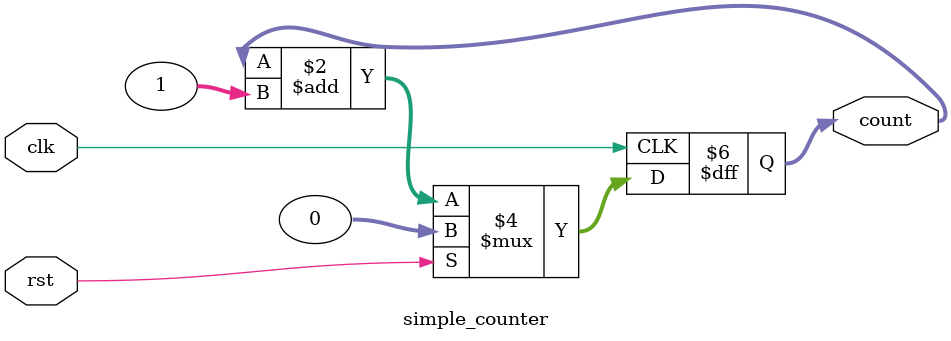
<source format=v>
module simple_counter (
    input clk,
    input rst,
    output reg [31:0] count
);

always @(posedge clk) begin
    if (rst)
        count <= 32'b0;
    else
        count <= count + 1;
end

endmodule

</source>
